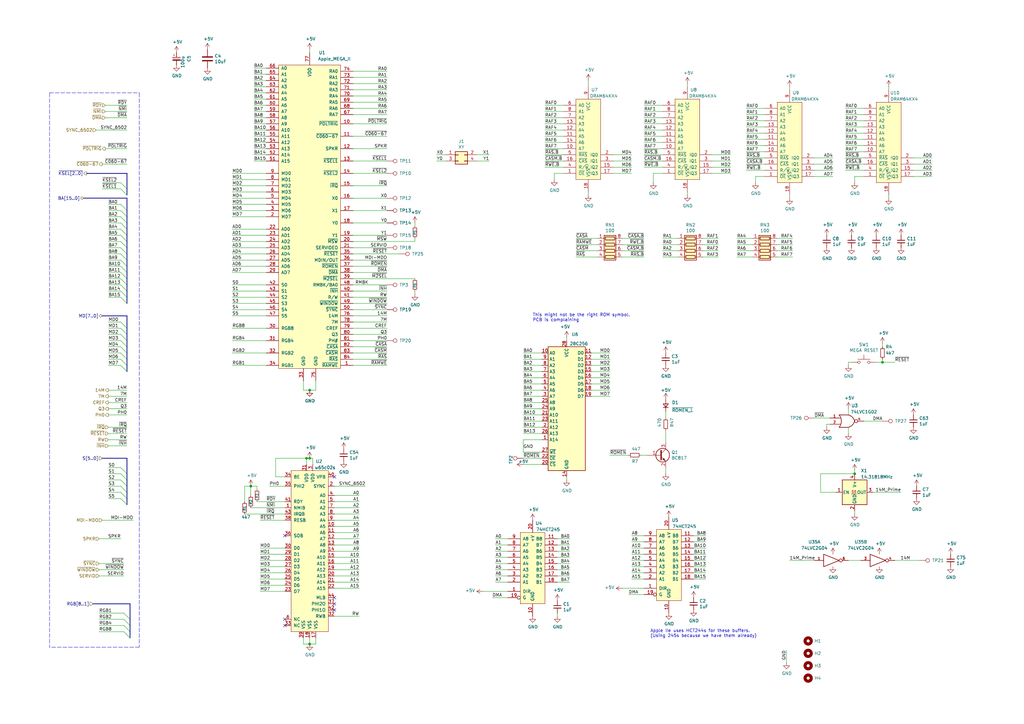
<source format=kicad_sch>
(kicad_sch (version 20211123) (generator eeschema)
  (paper "A3")
  (title_block (title "Mega-II 65C02") (rev "3a") (company "twitch.tv/baldengineer"))
  (junction (at 350.52 194.31))
  (junction (at 102.87 199.39))
  (junction (at 125.73 187.96))
  (junction (at 361.95 148.59))
  (junction (at 127 160.02))
  (junction (at 127 187.96))
  (junction (at 127 264.16))
  (no_connect (at 137.16 195.58))
  (no_connect (at 116.84 256.54))
  (no_connect (at 137.16 247.65))
  (no_connect (at 116.84 254))
  (no_connect (at 137.16 250.19))
  (no_connect (at 116.84 219.71))
  (no_connect (at 137.16 245.11))
  (bus_entry (at 49.53 114.3) (size 2.54 2.54))
  (bus_entry (at 49.53 116.84) (size 2.54 2.54))
  (bus_entry (at 49.53 119.38) (size 2.54 2.54))
  (bus_entry (at 49.53 111.76) (size 2.54 2.54))
  (bus_entry (at 49.53 132.08) (size 2.54 2.54))
  (bus_entry (at 49.53 139.7) (size 2.54 2.54))
  (bus_entry (at 49.53 149.86) (size 2.54 2.54))
  (bus_entry (at 49.53 134.62) (size 2.54 2.54))
  (bus_entry (at 50.8 251.46) (size 2.54 2.54))
  (bus_entry (at 50.8 254) (size 2.54 2.54))
  (bus_entry (at 50.8 256.54) (size 2.54 2.54))
  (bus_entry (at 50.8 259.08) (size 2.54 2.54))
  (bus_entry (at 49.53 121.92) (size 2.54 2.54))
  (bus_entry (at 49.53 144.78) (size 2.54 2.54))
  (bus_entry (at 49.53 147.32) (size 2.54 2.54))
  (bus_entry (at 49.53 93.98) (size 2.54 2.54))
  (bus_entry (at 49.53 77.47) (size 2.54 2.54))
  (bus_entry (at 49.53 88.9) (size 2.54 2.54))
  (bus_entry (at 49.53 86.36) (size 2.54 2.54))
  (bus_entry (at 49.53 83.82) (size 2.54 2.54))
  (bus_entry (at 49.53 99.06) (size 2.54 2.54))
  (bus_entry (at 49.53 104.14) (size 2.54 2.54))
  (bus_entry (at 49.53 74.93) (size 2.54 2.54))
  (bus_entry (at 49.53 142.24) (size 2.54 2.54))
  (bus_entry (at 49.53 101.6) (size 2.54 2.54))
  (bus_entry (at 49.53 96.52) (size 2.54 2.54))
  (bus_entry (at 49.53 137.16) (size 2.54 2.54))
  (bus_entry (at 49.53 91.44) (size 2.54 2.54))
  (bus_entry (at 49.53 109.22) (size 2.54 2.54))
  (bus_entry (at 49.53 191.77) (size 2.54 2.54))
  (bus_entry (at 49.53 194.31) (size 2.54 2.54))
  (bus_entry (at 49.53 196.85) (size 2.54 2.54))
  (bus_entry (at 49.53 199.39) (size 2.54 2.54))
  (bus_entry (at 49.53 204.47) (size 2.54 2.54))
  (bus_entry (at 49.53 201.93) (size 2.54 2.54))
  (bus_entry (at 49.53 106.68) (size 2.54 2.54))
  (wire (pts (xy 361.95 147.32) (xy 361.95 148.59)))
  (wire (pts (xy 308.61 105.41) (xy 302.26 105.41)))
  (wire (pts (xy 271.78 48.26) (xy 264.16 48.26)))
  (wire (pts (xy 281.94 78.74) (xy 281.94 80.01)))
  (wire (pts (xy 158.75 124.46) (xy 144.78 124.46)))
  (wire (pts (xy 170.18 119.38) (xy 170.18 120.65)))
  (wire (pts (xy 124.46 261.62) (xy 124.46 264.16)))
  (wire (pts (xy 116.84 213.36) (xy 106.68 213.36)))
  (wire (pts (xy 49.53 119.38) (xy 44.45 119.38)))
  (wire (pts (xy 44.45 106.68) (xy 49.53 106.68)))
  (wire (pts (xy 354.33 49.53) (xy 346.71 49.53)))
  (wire (pts (xy 158.75 86.36) (xy 144.78 86.36)))
  (bus (pts (xy 53.34 259.08) (xy 53.34 256.54)))
  (wire (pts (xy 208.28 220.98) (xy 203.2 220.98)))
  (wire (pts (xy 228.6 228.6) (xy 233.68 228.6)))
  (wire (pts (xy 308.61 102.87) (xy 302.26 102.87)))
  (bus (pts (xy 52.07 80.01) (xy 52.07 77.47)))
  (wire (pts (xy 49.53 147.32) (xy 44.45 147.32)))
  (wire (pts (xy 313.69 57.15) (xy 306.07 57.15)))
  (wire (pts (xy 144.78 116.84) (xy 158.75 116.84)))
  (wire (pts (xy 109.22 149.86) (xy 95.25 149.86)))
  (wire (pts (xy 349.25 148.59) (xy 347.98 148.59)))
  (wire (pts (xy 208.28 228.6) (xy 203.2 228.6)))
  (wire (pts (xy 109.22 99.06) (xy 95.25 99.06)))
  (wire (pts (xy 44.45 91.44) (xy 49.53 91.44)))
  (wire (pts (xy 278.13 97.79) (xy 271.78 97.79)))
  (wire (pts (xy 137.16 228.6) (xy 147.32 228.6)))
  (wire (pts (xy 109.22 38.1) (xy 104.14 38.1)))
  (wire (pts (xy 158.75 50.8) (xy 144.78 50.8)))
  (wire (pts (xy 109.22 83.82) (xy 95.25 83.82)))
  (wire (pts (xy 208.28 226.06) (xy 203.2 226.06)))
  (wire (pts (xy 137.16 218.44) (xy 147.32 218.44)))
  (wire (pts (xy 242.57 149.86) (xy 250.19 149.86)))
  (wire (pts (xy 267.97 71.12) (xy 267.97 74.93)))
  (wire (pts (xy 124.46 264.16) (xy 127 264.16)))
  (wire (pts (xy 200.66 66.04) (xy 195.58 66.04)))
  (wire (pts (xy 158.75 34.29) (xy 144.78 34.29)))
  (wire (pts (xy 116.84 229.87) (xy 106.68 229.87)))
  (wire (pts (xy 318.77 97.79) (xy 325.12 97.79)))
  (wire (pts (xy 54.61 213.36) (xy 41.91 213.36)))
  (wire (pts (xy 241.3 78.74) (xy 241.3 80.01)))
  (wire (pts (xy 251.46 68.58) (xy 259.08 68.58)))
  (wire (pts (xy 284.48 222.25) (xy 289.56 222.25)))
  (wire (pts (xy 158.75 121.92) (xy 144.78 121.92)))
  (bus (pts (xy 52.07 99.06) (xy 52.07 96.52)))
  (wire (pts (xy 144.78 104.14) (xy 163.83 104.14)))
  (wire (pts (xy 264.16 63.5) (xy 271.78 63.5)))
  (wire (pts (xy 264.16 219.71) (xy 259.08 219.71)))
  (wire (pts (xy 264.16 232.41) (xy 259.08 232.41)))
  (wire (pts (xy 137.16 223.52) (xy 147.32 223.52)))
  (wire (pts (xy 228.6 233.68) (xy 233.68 233.68)))
  (wire (pts (xy 374.65 67.31) (xy 382.27 67.31)))
  (wire (pts (xy 124.46 160.02) (xy 127 160.02)))
  (polyline (pts (xy 20.32 38.1) (xy 57.15 38.1)))
  (wire (pts (xy 313.69 62.23) (xy 306.07 62.23)))
  (wire (pts (xy 116.84 237.49) (xy 106.68 237.49)))
  (wire (pts (xy 109.22 129.54) (xy 95.25 129.54)))
  (wire (pts (xy 222.25 172.72) (xy 214.63 172.72)))
  (wire (pts (xy 231.14 43.18) (xy 223.52 43.18)))
  (wire (pts (xy 222.25 149.86) (xy 214.63 149.86)))
  (bus (pts (xy 52.07 121.92) (xy 52.07 124.46)))
  (bus (pts (xy 52.07 86.36) (xy 52.07 81.28)))
  (wire (pts (xy 228.6 238.76) (xy 233.68 238.76)))
  (wire (pts (xy 102.87 199.39) (xy 102.87 203.2)))
  (wire (pts (xy 109.22 50.8) (xy 104.14 50.8)))
  (wire (pts (xy 44.45 86.36) (xy 49.53 86.36)))
  (wire (pts (xy 44.45 144.78) (xy 49.53 144.78)))
  (bus (pts (xy 52.07 134.62) (xy 52.07 129.54)))
  (wire (pts (xy 208.28 223.52) (xy 203.2 223.52)))
  (wire (pts (xy 292.1 63.5) (xy 299.72 63.5)))
  (wire (pts (xy 318.77 105.41) (xy 325.12 105.41)))
  (wire (pts (xy 271.78 58.42) (xy 264.16 58.42)))
  (wire (pts (xy 264.16 227.33) (xy 259.08 227.33)))
  (wire (pts (xy 208.28 231.14) (xy 203.2 231.14)))
  (wire (pts (xy 231.14 48.26) (xy 223.52 48.26)))
  (wire (pts (xy 49.53 191.77) (xy 44.45 191.77)))
  (wire (pts (xy 49.53 199.39) (xy 44.45 199.39)))
  (wire (pts (xy 264.16 229.87) (xy 259.08 229.87)))
  (wire (pts (xy 109.22 33.02) (xy 104.14 33.02)))
  (wire (pts (xy 158.75 76.2) (xy 144.78 76.2)))
  (wire (pts (xy 44.45 109.22) (xy 49.53 109.22)))
  (wire (pts (xy 273.05 191.77) (xy 273.05 194.31)))
  (bus (pts (xy 53.34 256.54) (xy 53.34 254)))
  (wire (pts (xy 354.33 46.99) (xy 346.71 46.99)))
  (wire (pts (xy 222.25 170.18) (xy 214.63 170.18)))
  (wire (pts (xy 40.64 254) (xy 50.8 254)))
  (wire (pts (xy 271.78 43.18) (xy 264.16 43.18)))
  (wire (pts (xy 347.98 167.64) (xy 347.98 170.18)))
  (wire (pts (xy 242.57 160.02) (xy 250.19 160.02)))
  (wire (pts (xy 113.03 187.96) (xy 125.73 187.96)))
  (wire (pts (xy 124.46 156.21) (xy 124.46 160.02)))
  (wire (pts (xy 361.95 148.59) (xy 367.03 148.59)))
  (wire (pts (xy 44.45 83.82) (xy 49.53 83.82)))
  (wire (pts (xy 49.53 132.08) (xy 44.45 132.08)))
  (wire (pts (xy 109.22 109.22) (xy 95.25 109.22)))
  (wire (pts (xy 158.75 127) (xy 144.78 127)))
  (bus (pts (xy 52.07 142.24) (xy 52.07 139.7)))
  (wire (pts (xy 109.22 58.42) (xy 104.14 58.42)))
  (wire (pts (xy 52.07 60.96) (xy 43.18 60.96)))
  (wire (pts (xy 242.57 152.4) (xy 250.19 152.4)))
  (wire (pts (xy 231.14 68.58) (xy 223.52 68.58)))
  (wire (pts (xy 40.64 251.46) (xy 50.8 251.46)))
  (wire (pts (xy 127 261.62) (xy 127 264.16)))
  (wire (pts (xy 231.14 58.42) (xy 223.52 58.42)))
  (bus (pts (xy 52.07 119.38) (xy 52.07 116.84)))
  (polyline (pts (xy 57.15 38.1) (xy 57.15 265.43)))
  (wire (pts (xy 44.45 177.8) (xy 52.07 177.8)))
  (wire (pts (xy 255.27 102.87) (xy 264.16 102.87)))
  (wire (pts (xy 208.28 238.76) (xy 203.2 238.76)))
  (wire (pts (xy 347.98 175.26) (xy 347.98 177.8)))
  (wire (pts (xy 232.41 195.58) (xy 232.41 196.85)))
  (wire (pts (xy 313.69 44.45) (xy 306.07 44.45)))
  (wire (pts (xy 222.25 152.4) (xy 214.63 152.4)))
  (wire (pts (xy 288.29 105.41) (xy 294.64 105.41)))
  (wire (pts (xy 137.16 199.39) (xy 149.86 199.39)))
  (wire (pts (xy 313.69 72.39) (xy 309.88 72.39)))
  (wire (pts (xy 170.18 91.44) (xy 170.18 92.71)))
  (wire (pts (xy 158.75 147.32) (xy 144.78 147.32)))
  (wire (pts (xy 116.84 232.41) (xy 106.68 232.41)))
  (wire (pts (xy 109.22 43.18) (xy 104.14 43.18)))
  (wire (pts (xy 109.22 60.96) (xy 104.14 60.96)))
  (wire (pts (xy 102.87 199.39) (xy 105.41 199.39)))
  (wire (pts (xy 222.25 187.96) (xy 214.63 187.96)))
  (wire (pts (xy 228.6 226.06) (xy 233.68 226.06)))
  (wire (pts (xy 109.22 53.34) (xy 104.14 53.34)))
  (bus (pts (xy 52.07 114.3) (xy 52.07 111.76)))
  (wire (pts (xy 346.71 67.31) (xy 354.33 67.31)))
  (wire (pts (xy 158.75 41.91) (xy 144.78 41.91)))
  (wire (pts (xy 222.25 177.8) (xy 214.63 177.8)))
  (wire (pts (xy 129.54 156.21) (xy 129.54 160.02)))
  (bus (pts (xy 52.07 194.31) (xy 52.07 187.96)))
  (wire (pts (xy 350.52 209.55) (xy 350.52 210.82)))
  (wire (pts (xy 284.48 227.33) (xy 289.56 227.33)))
  (wire (pts (xy 278.13 100.33) (xy 271.78 100.33)))
  (wire (pts (xy 49.53 96.52) (xy 44.45 96.52)))
  (wire (pts (xy 158.75 129.54) (xy 144.78 129.54)))
  (wire (pts (xy 228.6 220.98) (xy 233.68 220.98)))
  (wire (pts (xy 228.6 223.52) (xy 233.68 223.52)))
  (wire (pts (xy 228.6 251.46) (xy 228.6 252.73)))
  (wire (pts (xy 116.84 195.58) (xy 113.03 195.58)))
  (wire (pts (xy 374.65 69.85) (xy 382.27 69.85)))
  (bus (pts (xy 52.07 88.9) (xy 52.07 86.36)))
  (wire (pts (xy 52.07 182.88) (xy 44.45 182.88)))
  (wire (pts (xy 109.22 88.9) (xy 95.25 88.9)))
  (wire (pts (xy 322.58 271.78) (xy 322.58 266.7)))
  (wire (pts (xy 200.66 63.5) (xy 195.58 63.5)))
  (wire (pts (xy 231.14 55.88) (xy 223.52 55.88)))
  (wire (pts (xy 137.16 236.22) (xy 147.32 236.22)))
  (bus (pts (xy 52.07 204.47) (xy 52.07 201.93)))
  (bus (pts (xy 52.07 116.84) (xy 52.07 114.3)))
  (wire (pts (xy 144.78 91.44) (xy 158.75 91.44)))
  (wire (pts (xy 137.16 233.68) (xy 147.32 233.68)))
  (wire (pts (xy 182.88 66.04) (xy 179.07 66.04)))
  (wire (pts (xy 271.78 60.96) (xy 264.16 60.96)))
  (wire (pts (xy 44.45 180.34) (xy 52.07 180.34)))
  (wire (pts (xy 245.11 100.33) (xy 236.22 100.33)))
  (wire (pts (xy 158.75 139.7) (xy 144.78 139.7)))
  (wire (pts (xy 144.78 71.12) (xy 158.75 71.12)))
  (wire (pts (xy 109.22 144.78) (xy 95.25 144.78)))
  (wire (pts (xy 158.75 55.88) (xy 144.78 55.88)))
  (wire (pts (xy 44.45 204.47) (xy 49.53 204.47)))
  (wire (pts (xy 116.84 205.74) (xy 105.41 205.74)))
  (wire (pts (xy 354.33 52.07) (xy 346.71 52.07)))
  (wire (pts (xy 354.33 44.45) (xy 346.71 44.45)))
  (wire (pts (xy 109.22 106.68) (xy 95.25 106.68)))
  (wire (pts (xy 137.16 238.76) (xy 147.32 238.76)))
  (wire (pts (xy 284.48 229.87) (xy 289.56 229.87)))
  (wire (pts (xy 242.57 154.94) (xy 250.19 154.94)))
  (wire (pts (xy 125.73 187.96) (xy 127 187.96)))
  (wire (pts (xy 44.45 88.9) (xy 49.53 88.9)))
  (wire (pts (xy 284.48 224.79) (xy 289.56 224.79)))
  (wire (pts (xy 231.14 71.12) (xy 227.33 71.12)))
  (wire (pts (xy 41.91 77.47) (xy 49.53 77.47)))
  (bus (pts (xy 52.07 152.4) (xy 52.07 149.86)))
  (wire (pts (xy 144.78 99.06) (xy 170.18 99.06)))
  (wire (pts (xy 336.55 194.31) (xy 350.52 194.31)))
  (wire (pts (xy 201.93 245.11) (xy 208.28 245.11)))
  (wire (pts (xy 109.22 101.6) (xy 95.25 101.6)))
  (wire (pts (xy 273.05 168.91) (xy 273.05 171.45)))
  (wire (pts (xy 44.45 201.93) (xy 49.53 201.93)))
  (wire (pts (xy 49.53 194.31) (xy 44.45 194.31)))
  (wire (pts (xy 361.95 140.97) (xy 361.95 142.24)))
  (wire (pts (xy 208.28 233.68) (xy 203.2 233.68)))
  (wire (pts (xy 350.52 193.04) (xy 350.52 194.31)))
  (wire (pts (xy 340.36 173.99) (xy 339.09 173.99)))
  (wire (pts (xy 137.16 205.74) (xy 147.32 205.74)))
  (wire (pts (xy 347.98 148.59) (xy 347.98 149.86)))
  (wire (pts (xy 109.22 119.38) (xy 95.25 119.38)))
  (wire (pts (xy 127 187.96) (xy 128.27 187.96)))
  (wire (pts (xy 222.25 165.1) (xy 214.63 165.1)))
  (wire (pts (xy 271.78 53.34) (xy 264.16 53.34)))
  (wire (pts (xy 350.52 72.39) (xy 350.52 74.93)))
  (wire (pts (xy 109.22 45.72) (xy 104.14 45.72)))
  (wire (pts (xy 336.55 194.31) (xy 336.55 201.93)))
  (polyline (pts (xy 57.15 265.43) (xy 20.32 265.43)))
  (wire (pts (xy 255.27 241.3) (xy 264.16 241.3)))
  (wire (pts (xy 137.16 208.28) (xy 147.32 208.28)))
  (wire (pts (xy 40.64 236.22) (xy 50.8 236.22)))
  (bus (pts (xy 52.07 147.32) (xy 52.07 144.78)))
  (wire (pts (xy 264.16 234.95) (xy 259.08 234.95)))
  (wire (pts (xy 116.84 234.95) (xy 106.68 234.95)))
  (wire (pts (xy 109.22 63.5) (xy 104.14 63.5)))
  (wire (pts (xy 158.75 101.6) (xy 144.78 101.6)))
  (wire (pts (xy 158.75 149.86) (xy 144.78 149.86)))
  (bus (pts (xy 52.07 109.22) (xy 52.07 106.68)))
  (wire (pts (xy 214.63 180.34) (xy 222.25 180.34)))
  (bus (pts (xy 52.07 196.85) (xy 52.07 194.31)))
  (wire (pts (xy 109.22 127) (xy 95.25 127)))
  (wire (pts (xy 251.46 71.12) (xy 259.08 71.12)))
  (wire (pts (xy 109.22 66.04) (xy 104.14 66.04)))
  (bus (pts (xy 41.91 129.54) (xy 52.07 129.54)))
  (bus (pts (xy 52.07 106.68) (xy 52.07 104.14)))
  (wire (pts (xy 222.25 185.42) (xy 214.63 185.42)))
  (wire (pts (xy 222.25 167.64) (xy 214.63 167.64)))
  (wire (pts (xy 52.07 162.56) (xy 44.45 162.56)))
  (bus (pts (xy 35.56 71.12) (xy 52.07 71.12)))
  (wire (pts (xy 284.48 232.41) (xy 289.56 232.41)))
  (bus (pts (xy 52.07 149.86) (xy 52.07 147.32)))
  (wire (pts (xy 158.75 106.68) (xy 144.78 106.68)))
  (wire (pts (xy 374.65 64.77) (xy 382.27 64.77)))
  (wire (pts (xy 44.45 139.7) (xy 49.53 139.7)))
  (bus (pts (xy 38.1 247.65) (xy 53.34 247.65)))
  (wire (pts (xy 109.22 48.26) (xy 104.14 48.26)))
  (wire (pts (xy 264.16 222.25) (xy 259.08 222.25)))
  (wire (pts (xy 222.25 157.48) (xy 214.63 157.48)))
  (wire (pts (xy 109.22 96.52) (xy 95.25 96.52)))
  (wire (pts (xy 179.07 63.5) (xy 182.88 63.5)))
  (wire (pts (xy 158.75 46.99) (xy 144.78 46.99)))
  (wire (pts (xy 44.45 175.26) (xy 52.07 175.26)))
  (wire (pts (xy 288.29 100.33) (xy 294.64 100.33)))
  (wire (pts (xy 109.22 116.84) (xy 95.25 116.84)))
  (wire (pts (xy 100.33 205.74) (xy 100.33 199.39)))
  (wire (pts (xy 109.22 71.12) (xy 95.25 71.12)))
  (wire (pts (xy 109.22 55.88) (xy 104.14 55.88)))
  (wire (pts (xy 354.33 62.23) (xy 346.71 62.23)))
  (wire (pts (xy 198.12 242.57) (xy 208.28 242.57)))
  (wire (pts (xy 223.52 63.5) (xy 231.14 63.5)))
  (wire (pts (xy 110.49 199.39) (xy 116.84 199.39)))
  (wire (pts (xy 346.71 64.77) (xy 354.33 64.77)))
  (wire (pts (xy 214.63 190.5) (xy 222.25 190.5)))
  (wire (pts (xy 222.25 154.94) (xy 214.63 154.94)))
  (wire (pts (xy 354.33 172.72) (xy 361.95 172.72)))
  (wire (pts (xy 292.1 66.04) (xy 299.72 66.04)))
  (wire (pts (xy 313.69 59.69) (xy 306.07 59.69)))
  (bus (pts (xy 52.07 139.7) (xy 52.07 137.16)))
  (wire (pts (xy 271.78 68.58) (xy 264.16 68.58)))
  (wire (pts (xy 127 20.32) (xy 127 21.59)))
  (wire (pts (xy 158.75 119.38) (xy 144.78 119.38)))
  (wire (pts (xy 109.22 81.28) (xy 95.25 81.28)))
  (wire (pts (xy 245.11 97.79) (xy 236.22 97.79)))
  (wire (pts (xy 158.75 60.96) (xy 144.78 60.96)))
  (wire (pts (xy 354.33 72.39) (xy 350.52 72.39)))
  (wire (pts (xy 44.45 196.85) (xy 49.53 196.85)))
  (wire (pts (xy 137.16 213.36) (xy 147.32 213.36)))
  (wire (pts (xy 137.16 220.98) (xy 147.32 220.98)))
  (wire (pts (xy 273.05 176.53) (xy 273.05 181.61)))
  (wire (pts (xy 227.33 71.12) (xy 227.33 73.66)))
  (wire (pts (xy 264.16 224.79) (xy 259.08 224.79)))
  (wire (pts (xy 158.75 66.04) (xy 144.78 66.04)))
  (wire (pts (xy 271.78 71.12) (xy 267.97 71.12)))
  (bus (pts (xy 52.07 96.52) (xy 52.07 93.98)))
  (wire (pts (xy 129.54 264.16) (xy 129.54 261.62)))
  (wire (pts (xy 116.84 210.82) (xy 100.33 210.82)))
  (wire (pts (xy 208.28 236.22) (xy 203.2 236.22)))
  (wire (pts (xy 308.61 97.79) (xy 302.26 97.79)))
  (wire (pts (xy 262.89 186.69) (xy 265.43 186.69)))
  (wire (pts (xy 358.14 201.93) (xy 369.57 201.93)))
  (wire (pts (xy 242.57 162.56) (xy 250.19 162.56)))
  (wire (pts (xy 339.09 173.99) (xy 339.09 175.26)))
  (wire (pts (xy 158.75 137.16) (xy 144.78 137.16)))
  (wire (pts (xy 364.49 80.01) (xy 364.49 81.28)))
  (wire (pts (xy 251.46 66.04) (xy 259.08 66.04)))
  (wire (pts (xy 313.69 49.53) (xy 306.07 49.53)))
  (wire (pts (xy 50.8 233.68) (xy 40.64 233.68)))
  (wire (pts (xy 52.07 160.02) (xy 44.45 160.02)))
  (wire (pts (xy 100.33 199.39) (xy 102.87 199.39)))
  (wire (pts (xy 158.75 29.21) (xy 144.78 29.21)))
  (wire (pts (xy 49.53 134.62) (xy 44.45 134.62)))
  (wire (pts (xy 144.78 134.62) (xy 158.75 134.62)))
  (wire (pts (xy 43.18 48.26) (xy 52.07 48.26)))
  (wire (pts (xy 222.25 160.02) (xy 214.63 160.02)))
  (wire (pts (xy 52.07 165.1) (xy 44.45 165.1)))
  (wire (pts (xy 109.22 30.48) (xy 104.14 30.48)))
  (wire (pts (xy 116.84 242.57) (xy 106.68 242.57)))
  (wire (pts (xy 116.84 227.33) (xy 106.68 227.33)))
  (wire (pts (xy 278.13 105.41) (xy 271.78 105.41)))
  (wire (pts (xy 43.18 45.72) (xy 52.07 45.72)))
  (wire (pts (xy 158.75 144.78) (xy 144.78 144.78)))
  (wire (pts (xy 144.78 114.3) (xy 170.18 114.3)))
  (wire (pts (xy 40.64 256.54) (xy 50.8 256.54)))
  (wire (pts (xy 231.14 53.34) (xy 223.52 53.34)))
  (wire (pts (xy 228.6 236.22) (xy 233.68 236.22)))
  (wire (pts (xy 245.11 105.41) (xy 236.22 105.41)))
  (wire (pts (xy 40.64 231.14) (xy 50.8 231.14)))
  (bus (pts (xy 34.29 81.28) (xy 52.07 81.28)))
  (wire (pts (xy 116.84 208.28) (xy 102.87 208.28)))
  (wire (pts (xy 284.48 219.71) (xy 289.56 219.71)))
  (wire (pts (xy 109.22 93.98) (xy 95.25 93.98)))
  (wire (pts (xy 222.25 162.56) (xy 214.63 162.56)))
  (wire (pts (xy 137.16 231.14) (xy 147.32 231.14)))
  (wire (pts (xy 222.25 144.78) (xy 214.63 144.78)))
  (wire (pts (xy 137.16 210.82) (xy 147.32 210.82)))
  (bus (pts (xy 52.07 207.01) (xy 52.07 204.47)))
  (wire (pts (xy 158.75 132.08) (xy 144.78 132.08)))
  (wire (pts (xy 109.22 111.76) (xy 95.25 111.76)))
  (wire (pts (xy 158.75 31.75) (xy 144.78 31.75)))
  (wire (pts (xy 125.73 190.5) (xy 125.73 187.96)))
  (wire (pts (xy 347.98 229.87) (xy 353.06 229.87)))
  (wire (pts (xy 306.07 64.77) (xy 313.69 64.77)))
  (wire (pts (xy 231.14 50.8) (xy 223.52 50.8)))
  (wire (pts (xy 49.53 101.6) (xy 44.45 101.6)))
  (wire (pts (xy 255.27 97.79) (xy 264.16 97.79)))
  (wire (pts (xy 52.07 170.18) (xy 44.45 170.18)))
  (wire (pts (xy 323.85 80.01) (xy 323.85 81.28)))
  (wire (pts (xy 49.53 93.98) (xy 44.45 93.98)))
  (wire (pts (xy 44.45 142.24) (xy 49.53 142.24)))
  (wire (pts (xy 334.01 64.77) (xy 341.63 64.77)))
  (wire (pts (xy 222.25 147.32) (xy 214.63 147.32)))
  (wire (pts (xy 334.01 69.85) (xy 341.63 69.85)))
  (wire (pts (xy 334.01 72.39) (xy 341.63 72.39)))
  (wire (pts (xy 251.46 63.5) (xy 259.08 63.5)))
  (bus (pts (xy 53.34 254) (xy 53.34 247.65)))
  (wire (pts (xy 116.84 224.79) (xy 106.68 224.79)))
  (wire (pts (xy 292.1 68.58) (xy 299.72 68.58)))
  (wire (pts (xy 361.95 148.59) (xy 359.41 148.59)))
  (wire (pts (xy 158.75 142.24) (xy 144.78 142.24)))
  (wire (pts (xy 313.69 52.07) (xy 306.07 52.07)))
  (bus (pts (xy 52.07 77.47) (xy 52.07 71.12)))
  (bus (pts (xy 52.07 111.76) (xy 52.07 109.22)))
  (wire (pts (xy 241.3 33.02) (xy 241.3 35.56)))
  (wire (pts (xy 40.64 220.98) (xy 49.53 220.98)))
  (wire (pts (xy 49.53 116.84) (xy 44.45 116.84)))
  (wire (pts (xy 318.77 102.87) (xy 325.12 102.87)))
  (wire (pts (xy 278.13 102.87) (xy 271.78 102.87)))
  (wire (pts (xy 137.16 203.2) (xy 147.32 203.2)))
  (wire (pts (xy 236.22 102.87) (xy 245.11 102.87)))
  (wire (pts (xy 40.64 259.08) (xy 50.8 259.08)))
  (wire (pts (xy 109.22 40.64) (xy 104.14 40.64)))
  (wire (pts (xy 52.07 167.64) (xy 44.45 167.64)))
  (wire (pts (xy 113.03 195.58) (xy 113.03 187.96)))
  (wire (pts (xy 49.53 149.86) (xy 44.45 149.86)))
  (wire (pts (xy 313.69 69.85) (xy 306.07 69.85)))
  (wire (pts (xy 271.78 45.72) (xy 264.16 45.72)))
  (wire (pts (xy 255.27 100.33) (xy 264.16 100.33)))
  (wire (pts (xy 52.07 67.31) (xy 41.91 67.31)))
  (wire (pts (xy 242.57 147.32) (xy 250.19 147.32)))
  (wire (pts (xy 336.55 201.93) (xy 342.9 201.93)))
  (wire (pts (xy 127 160.02) (xy 129.54 160.02)))
  (wire (pts (xy 49.53 99.06) (xy 44.45 99.06)))
  (wire (pts (xy 323.85 35.56) (xy 323.85 36.83)))
  (wire (pts (xy 128.27 187.96) (xy 128.27 190.5)))
  (wire (pts (xy 109.22 78.74) (xy 95.25 78.74)))
  (wire (pts (xy 367.03 229.87) (xy 377.19 229.87)))
  (wire (pts (xy 231.14 45.72) (xy 223.52 45.72)))
  (wire (pts (xy 231.14 66.04) (xy 223.52 66.04)))
  (wire (pts (xy 137.16 252.73) (xy 147.32 252.73)))
  (wire (pts (xy 292.1 71.12) (xy 299.72 71.12)))
  (wire (pts (xy 158.75 111.76) (xy 144.78 111.76)))
  (wire (pts (xy 323.85 229.87) (xy 334.01 229.87)))
  (wire (pts (xy 109.22 86.36) (xy 95.25 86.36)))
  (wire (pts (xy 284.48 237.49) (xy 289.56 237.49)))
  (wire (pts (xy 137.16 215.9) (xy 147.32 215.9)))
  (wire (pts (xy 364.49 35.56) (xy 364.49 36.83)))
  (wire (pts (xy 228.6 231.14) (xy 233.68 231.14)))
  (wire (pts (xy 308.61 100.33) (xy 302.26 100.33)))
  (wire (pts (xy 109.22 27.94) (xy 104.14 27.94)))
  (wire (pts (xy 250.19 144.78) (xy 242.57 144.78)))
  (wire (pts (xy 44.45 111.76) (xy 49.53 111.76)))
  (wire (pts (xy 127 264.16) (xy 129.54 264.16)))
  (wire (pts (xy 105.41 199.39) (xy 105.41 200.66)))
  (wire (pts (xy 109.22 121.92) (xy 95.25 121.92)))
  (bus (pts (xy 52.07 137.16) (xy 52.07 134.62)))
  (wire (pts (xy 222.25 175.26) (xy 214.63 175.26)))
  (wire (pts (xy 284.48 234.95) (xy 289.56 234.95)))
  (wire (pts (xy 44.45 104.14) (xy 49.53 104.14)))
  (wire (pts (xy 250.19 186.69) (xy 257.81 186.69)))
  (wire (pts (xy 354.33 54.61) (xy 346.71 54.61)))
  (wire (pts (xy 334.01 67.31) (xy 341.63 67.31)))
  (bus (pts (xy 52.07 93.98) (xy 52.07 91.44)))
  (wire (pts (xy 109.22 73.66) (xy 95.25 73.66)))
  (wire (pts (xy 158.75 81.28) (xy 144.78 81.28)))
  (wire (pts (xy 354.33 57.15) (xy 346.71 57.15)))
  (wire (pts (xy 288.29 97.79) (xy 294.64 97.79)))
  (wire (pts (xy 43.18 43.18) (xy 52.07 43.18)))
  (wire (pts (xy 271.78 55.88) (xy 264.16 55.88)))
  (wire (pts (xy 232.41 138.43) (xy 232.41 139.7)))
  (bus (pts (xy 52.07 119.38) (xy 52.07 121.92)))
  (wire (pts (xy 271.78 66.04) (xy 264.16 66.04)))
  (bus (pts (xy 52.07 201.93) (xy 52.07 199.39)))
  (wire (pts (xy 116.84 240.03) (xy 106.68 240.03)))
  (wire (pts (xy 44.45 137.16) (xy 49.53 137.16)))
  (wire (pts (xy 281.94 34.29) (xy 281.94 35.56)))
  (wire (pts (xy 309.88 72.39) (xy 309.88 74.93)))
  (wire (pts (xy 170.18 99.06) (xy 170.18 97.79)))
  (bus (pts (xy 53.34 261.62) (xy 53.34 259.08)))
  (wire (pts (xy 288.29 102.87) (xy 294.64 102.87)))
  (bus (pts (xy 52.07 199.39) (xy 52.07 196.85)))
  (wire (pts (xy 109.22 124.46) (xy 95.25 124.46)))
  (bus (pts (xy 52.07 144.78) (xy 52.07 142.24)))
  (wire (pts (xy 109.22 35.56) (xy 104.14 35.56)))
  (wire (pts (xy 109.22 76.2) (xy 95.25 76.2)))
  (wire (pts (xy 255.27 105.41) (xy 264.16 105.41)))
  (polyline (pts (xy 20.32 38.1) (xy 20.32 265.43)))
  (wire (pts (xy 306.07 67.31) (xy 313.69 67.31)))
  (wire (pts (xy 158.75 39.37) (xy 144.78 39.37)))
  (wire (pts (xy 334.01 171.45) (xy 340.36 171.45)))
  (wire (pts (xy 214.63 180.34) (xy 214.63 185.42)))
  (wire (pts (xy 318.77 100.33) (xy 325.12 100.33)))
  (wire (pts (xy 271.78 50.8) (xy 264.16 50.8)))
  (wire (pts (xy 374.65 72.39) (xy 382.27 72.39)))
  (wire (pts (xy 158.75 109.22) (xy 144.78 109.22)))
  (wire (pts (xy 242.57 157.48) (xy 250.19 157.48)))
  (wire (pts (xy 109.22 104.14) (xy 95.25 104.14)))
  (wire (pts (xy 49.53 114.3) (xy 44.45 114.3)))
  (wire (pts (xy 158.75 44.45) (xy 144.78 44.45)))
  (wire (pts (xy 264.16 237.49) (xy 259.08 237.49)))
  (wire (pts (xy 313.69 54.61) (xy 306.07 54.61)))
  (wire (pts (xy 137.16 241.3) (xy 147.32 241.3)))
  (wire (pts (xy 49.53 121.92) (xy 44.45 121.92)))
  (wire (pts (xy 354.33 59.69) (xy 346.71 59.69)))
  (wire (pts (xy 41.91 74.93) (xy 49.53 74.93)))
  (bus (pts (xy 52.07 101.6) (xy 52.07 99.06)))
  (wire (pts (xy 39.37 53.34) (xy 52.07 53.34)))
  (wire (pts (xy 257.81 243.84) (xy 264.16 243.84)))
  (bus (pts (xy 52.07 104.14) (xy 52.07 101.6)))
  (wire (pts (xy 313.69 46.99) (xy 306.07 46.99)))
  (wire (pts (xy 109.22 139.7) (xy 95.25 139.7)))
  (wire (pts (xy 158.75 96.52) (xy 144.78 96.52)))
  (wire (pts (xy 158.75 36.83) (xy 144.78 36.83)))
  (wire (pts (xy 354.33 69.85) (xy 346.71 69.85)))
  (wire (pts (xy 109.22 134.62) (xy 95.25 134.62)))
  (wire (pts (xy 137.16 226.06) (xy 147.32 226.06)))
  (bus (pts (xy 41.91 187.96) (xy 52.07 187.96)))
  (wire (pts (xy 231.14 60.96) (xy 223.52 60.96)))
  (bus (pts (xy 52.07 91.44) (xy 52.07 88.9)))
  (text "Apple IIe uses HCT244s for these buffers.\n(Using 245s because we have them already)" (at 266.7 261.62 0) (effects (font (size 1.27 1.27)) (justify left bottom)))
  (text "This might not be the right ROM symbol.\nPCB is complaining" (at 218.44 132.08 0) (effects (font (size 1.27 1.27)) (justify left bottom)))
  (text "Notes:\n* Test if MEGA inhibits PH0 when /DMA is asserted." (at -53.34 163.83 0) (effects (font (size 1.27 1.27)) (justify left bottom)))
  (label "BA1" (at 214.63 147.32 0))
  (label "SYNC_6502" (at 149.86 199.39 180))
  (label "RW" (at 158.75 121.92 180))
  (label "MD5" (at 44.45 144.78 0))
  (label "AD7" (at 341.63 72.39 180))
  (label "BA5" (at 44.45 96.52 0))
  (label "~{RWE.B}" (at 306.07 69.85 0))
  (label "X1" (at 200.66 63.5 180))
  (label "BA9" (at 104.14 50.8 0))
  (label "A6" (at 203.2 236.22 0))
  (label "MD4" (at 259.08 63.5 180))
  (label "MD6" (at 250.19 160.02 180))
  (label "~{CASA}" (at 158.75 142.24 180))
  (label "A15" (at 259.08 237.49 0))
  (label "~{RWE.B}" (at 223.52 68.58 0))
  (label "RA3" (at 158.75 36.83 180))
  (label "RAF1" (at 264.16 45.72 0))
  (label "BA3" (at 233.68 228.6 180))
  (label "Y0" (at 179.07 66.04 0))
  (label "~{CASM}" (at 158.75 144.78 180))
  (label "~{CASM.B}" (at 264.16 66.04 0))
  (label "~{ROMEN}" (at 158.75 109.22 180))
  (label "BA10" (at 289.56 224.79 180))
  (label "BA7" (at 44.45 101.6 0))
  (label "MD1" (at 106.68 227.33 0))
  (label "BA15" (at 44.45 121.92 0))
  (label "A6" (at 147.32 218.44 180))
  (label "MD7" (at 250.19 162.56 180))
  (label "RAF2" (at 223.52 48.26 0))
  (label "BA12" (at 104.14 58.42 0))
  (label "~{IRQ}" (at 109.22 210.82 0))
  (label "MD3" (at 95.25 78.74 0))
  (label "~{CASM.B}" (at 223.52 66.04 0))
  (label "RAF3" (at 264.16 50.8 0))
  (label "RW" (at 52.07 180.34 180))
  (label "A3" (at 147.32 210.82 180))
  (label "~{NMI}" (at 109.22 208.28 0))
  (label "MD4" (at 44.45 142.24 0))
  (label "RGB1" (at 95.25 149.86 0))
  (label "BA14" (at 289.56 234.95 180))
  (label "~{RAS}" (at 158.75 147.32 180))
  (label "14M_Prime" (at 369.57 201.93 180))
  (label "S1" (at 95.25 119.38 0))
  (label "A12" (at 259.08 229.87 0))
  (label "BA10" (at 214.63 170.18 0))
  (label "GND" (at 322.58 266.7 270))
  (label "~{KSEL1}" (at 158.75 66.04 180))
  (label "S0" (at 95.25 116.84 0))
  (label "~{RAS}" (at 236.22 105.41 0))
  (label "RGB8" (at 95.25 134.62 0))
  (label "MD3" (at 250.19 152.4 180))
  (label "RA1" (at 271.78 97.79 0))
  (label "~{ROMEN}" (at 214.63 187.96 0))
  (label "RA6" (at 302.26 102.87 0))
  (label "BA12" (at 289.56 229.87 180))
  (label "~{RWE.B}" (at 264.16 100.33 180))
  (label "AD5" (at 95.25 106.68 0))
  (label "Q3" (at 52.07 167.64 180))
  (label "BA11" (at 104.14 55.88 0))
  (label "X0" (at 179.07 63.5 0))
  (label "MD3" (at 299.72 71.12 180))
  (label "~{RWE.B}" (at 346.71 69.85 0))
  (label "MD2" (at 106.68 229.87 0))
  (label "RA4" (at 158.75 39.37 180))
  (label "RAF5" (at 346.71 57.15 0))
  (label "BA6" (at 214.63 160.02 0))
  (label "RMBK" (at 151.13 116.84 180))
  (label "~{RAS.B}" (at 223.52 63.5 0))
  (label "~{RAS.B}" (at 264.16 105.41 180))
  (label "~{NMI}" (at 52.07 45.72 180))
  (label "RA3" (at 271.78 105.41 0))
  (label "BA1" (at 104.14 30.48 0))
  (label "~{RAMWE}" (at 236.22 100.33 0))
  (label "BA5" (at 104.14 40.64 0))
  (label "BA11" (at 289.56 227.33 180))
  (label "BA6" (at 44.45 99.06 0))
  (label "Q3" (at 158.75 137.16 180))
  (label "X1" (at 158.75 86.36 180))
  (label "BA10" (at 44.45 109.22 0))
  (label "BA8" (at 214.63 165.1 0))
  (label "RAF4" (at 223.52 53.34 0))
  (label "A3" (at 203.2 228.6 0))
  (label "MD5" (at 95.25 83.82 0))
  (label "BA2" (at 233.68 226.06 180))
  (label "DMA" (at 361.95 172.72 180))
  (label "MD7" (at 259.08 71.12 180))
  (label "RAF5" (at 325.12 100.33 180))
  (label "AD6" (at 341.63 69.85 180))
  (label "7M" (at 158.75 132.08 180))
  (label "MD5" (at 106.68 237.49 0))
  (label "RAF6" (at 306.07 59.69 0))
  (label "CREF" (at 52.07 165.1 180))
  (label "A11" (at 147.32 231.14 180))
  (label "MD7" (at 44.45 149.86 0))
  (label "A10" (at 147.32 228.6 180))
  (label "SERVID" (at 158.75 101.6 180))
  (label "S1" (at 44.45 194.31 0))
  (label "~{KSEL2}" (at 158.75 71.12 180))
  (label "RGB4" (at 40.64 256.54 0))
  (label "~{PDLTRIG}" (at 158.75 50.8 180))
  (label "RAF4" (at 325.12 97.79 180))
  (label "BA9" (at 44.45 106.68 0))
  (label "BA11" (at 44.45 111.76 0))
  (label "A4" (at 203.2 231.14 0))
  (label "A0" (at 203.2 220.98 0))
  (label "RAF3" (at 306.07 52.07 0))
  (label "SPKR" (at 49.53 220.98 180))
  (label "BA13" (at 214.63 177.8 0))
  (label "S3" (at 95.25 124.46 0))
  (label "MD7" (at 106.68 242.57 0))
  (label "RW" (at 147.32 252.73 180))
  (label "BA11" (at 214.63 172.72 0))
  (label "RAF1" (at 306.07 46.99 0))
  (label "BA3" (at 44.45 91.44 0))
  (label "BA8" (at 44.45 104.14 0))
  (label "RAF3" (at 223.52 50.8 0))
  (label "A13" (at 147.32 236.22 180))
  (label "~{RAMWE}" (at 158.75 149.86 180))
  (label "~{PDLTRIG}" (at 52.07 60.96 180))
  (label "MDI-MDO" (at 158.75 106.68 180))
  (label "RAF6" (at 325.12 102.87 180))
  (label "RA1" (at 158.75 31.75 180))
  (label "AD0" (at 382.27 64.77 180))
  (label "BA9" (at 214.63 167.64 0))
  (label "DMA" (at 257.81 243.84 0))
  (label "A2" (at 203.2 226.06 0))
  (label "~{C060-67}" (at 52.07 67.31 180))
  (label "AD3" (at 382.27 72.39 180))
  (label "Y1" (at 200.66 66.04 180))
  (label "BA13" (at 44.45 116.84 0))
  (label "BA3" (at 104.14 35.56 0))
  (label "RAF1" (at 223.52 45.72 0))
  (label "RAF1" (at 294.64 97.79 180))
  (label "BA5" (at 214.63 157.48 0))
  (label "~{KSEL1}" (at 41.91 77.47 0))
  (label "RAF4" (at 306.07 54.61 0))
  (label "RAF2" (at 264.16 48.26 0))
  (label "~{RESET}" (at 367.03 148.59 0))
  (label "MD6" (at 95.25 86.36 0))
  (label "BA0" (at 44.45 83.82 0))
  (label "A13" (at 259.08 232.41 0))
  (label "MD0" (at 44.45 132.08 0))
  (label "BA0" (at 104.14 27.94 0))
  (label "MD2" (at 250.19 149.86 180))
  (label "~{MSW}" (at 158.75 99.06 180))
  (label "A1" (at 147.32 205.74 180))
  (label "A10" (at 259.08 224.79 0))
  (label "MD0" (at 95.25 71.12 0))
  (label "~{DMA}" (at 334.01 171.45 0))
  (label "RAF7" (at 223.52 60.96 0))
  (label "MD6" (at 106.68 240.03 0))
  (label "A14" (at 259.08 234.95 0))
  (label "~{RESET}" (at 106.68 213.36 0))
  (label "BA4" (at 104.14 38.1 0))
  (label "~{CASM.B}" (at 264.16 102.87 180))
  (label "~{RWE.B}" (at 264.16 68.58 0))
  (label "~{INH}" (at 52.07 182.88 180))
  (label "BA4" (at 214.63 154.94 0))
  (label "SERVID" (at 50.8 236.22 180))
  (label "BA12" (at 214.63 175.26 0))
  (label "SYNC_6502" (at 52.07 53.34 180))
  (label "BA2" (at 104.14 33.02 0))
  (label "MD0" (at 299.72 63.5 180))
  (label "BA4" (at 233.68 231.14 180))
  (label "BA14" (at 104.14 63.5 0))
  (label "RAF7" (at 346.71 62.23 0))
  (label "MD3" (at 44.45 139.7 0))
  (label "BA2" (at 44.45 88.9 0))
  (label "7M" (at 52.07 162.56 180))
  (label "RAF6" (at 346.71 59.69 0))
  (label "14M" (at 373.38 229.87 180))
  (label "MD3" (at 106.68 232.41 0))
  (label "SPKR" (at 158.75 60.96 180))
  (label "~{CASA}" (at 236.22 97.79 0))
  (label "BA7" (at 104.14 45.72 0))
  (label "S2" (at 44.45 196.85 0))
  (label "BA6" (at 104.14 43.18 0))
  (label "MD2" (at 299.72 68.58 180))
  (label "14M" (at 52.07 160.02 180))
  (label "RA0" (at 158.75 29.21 180))
  (label "Y0" (at 158.75 91.44 180))
  (label "RGB1" (at 40.64 251.46 0))
  (label "A2" (at 147.32 208.28 180))
  (label "MD6" (at 259.08 68.58 180))
  (label "~{SYNC}" (at 158.75 127 180))
  (label "~{CASM}" (at 236.22 102.87 0))
  (label "~{RAS.B}" (at 346.71 64.77 0))
  (label "A5" (at 203.2 233.68 0))
  (label "~{C060-67}" (at 158.75 55.88 180))
  (label "A8" (at 147.32 223.52 180))
  (label "MD4" (at 95.25 81.28 0))
  (label "A4" (at 147.32 213.36 180))
  (label "MD2" (at 44.45 137.16 0))
  (label "A9" (at 147.32 226.06 180))
  (label "RAF0" (at 306.07 44.45 0))
  (label "BA2" (at 214.63 149.86 0))
  (label "A9" (at 259.08 222.25 0))
  (label "RAF0" (at 264.16 43.18 0))
  (label "RAF6" (at 223.52 58.42 0))
  (label "A8" (at 259.08 219.71 0))
  (label "RGB4" (at 95.25 139.7 0))
  (label "BA1" (at 233.68 223.52 180))
  (label "AD5" (at 341.63 67.31 180))
  (label "BA0" (at 214.63 144.78 0))
  (label "RAF7" (at 325.12 105.41 180))
  (label "AD4" (at 95.25 104.14 0))
  (label "A15" (at 147.32 241.3 180))
  (label "~{IRQ}" (at 52.07 175.26 180))
  (label "AD3" (at 95.25 101.6 0))
  (label "~{RAS.B}" (at 264.16 63.5 0))
  (label "BA0" (at 233.68 220.98 180))
  (label "14M" (at 158.75 129.54 180))
  (label "~{RESET}" (at 158.75 104.14 180))
  (label "BA7" (at 214.63 162.56 0))
  (label "PH0" (at 110.49 199.39 0))
  (label "BA15" (at 289.56 237.49 180))
  (label "A1" (at 203.2 223.52 0))
  (label "~{KSEL2}" (at 41.91 74.93 0))
  (label "MD7" (at 95.25 88.9 0))
  (label "RAF2" (at 294.64 102.87 180))
  (label "BA13" (at 104.14 60.96 0))
  (label "~{WINDOW}" (at 158.75 124.46 180))
  (label "AD7" (at 95.25 111.76 0))
  (label "~{ROMEN}" (at 250.19 186.69 0))
  (label "RAF2" (at 346.71 49.53 0))
  (label "MD1" (at 299.72 66.04 180))
  (label "RAF7" (at 264.16 60.96 0))
  (label "RGB2" (at 95.25 144.78 0))
  (label "A0" (at 147.32 203.2 180))
  (label "PH0" (at 158.75 139.7 180))
  (label "BA13" (at 289.56 232.41 180))
  (label "RAF4" (at 346.71 54.61 0))
  (label "MD1" (at 250.19 147.32 180))
  (label "A14" (at 147.32 238.76 180))
  (label "S0" (at 44.45 191.77 0))
  (label "MDI-MDO" (at 54.61 213.36 180))
  (label "BA8" (at 104.14 48.26 0))
  (label "BA14" (at 44.45 119.38 0))
  (label "RA2" (at 271.78 102.87 0))
  (label "RAF0" (at 346.71 44.45 0))
  (label "~{RDY}" (at 52.07 43.18 180))
  (label "RA0" (at 271.78 100.33 0))
  (label "RAF2" (at 306.07 49.53 0))
  (label "~{CASA.B}" (at 264.16 97.79 180))
  (label "RA5" (at 302.26 100.33 0))
  (label "BA9" (at 289.56 222.25 180))
  (label "RAF0" (at 294.64 100.33 180))
  (label "MD4" (at 250.19 154.94 180))
  (label "RAF1" (at 346.71 46.99 0))
  (label "BA15" (at 104.14 66.04 0))
  (label "~{SYNC}" (at 50.8 231.14 180))
  (label "S4" (at 44.45 201.93 0))
  (label "AD4" (at 341.63 64.77 180))
  (label "~{DMA}" (at 52.07 48.26 180))
  (label "AD0" (at 95.25 93.98 0))
  (label "A7" (at 203.2 238.76 0))
  (label "DMA" (at 201.93 245.11 0))
  (label "RGB8" (at 40.64 259.08 0))
  (label "MD6" (at 44.45 147.32 0))
  (label "RA5" (at 158.75 41.91 180))
  (label "RA7" (at 302.26 105.41 0))
  (label "~{RESET}" (at 52.07 177.8 180))
  (label "A5" (at 147.32 215.9 180))
  (label "~{IRQ}" (at 158.75 76.2 180))
  (label "MD0" (at 250.19 144.78 180))
  (label "RAF3" (at 346.71 52.07 0))
  (label "BA8" (at 289.56 219.71 180))
  (label "GND" (at 214.63 184.15 0))
  (label "~{DMA}" (at 158.75 111.76 180))
  (label "RAF7" (at 306.07 62.23 0))
  (label "AD6" (at 95.25 109.22 0))
  (label "RAF5" (at 223.52 55.88 0))
  (label "S5" (at 95.25 129.54 0))
  (label "~{RDY}" (at 109.22 205.74 0))
  (label "MD2" (at 95.25 76.2 0))
  (label "RA2" (at 158.75 34.29 180))
  (label "AD2" (at 382.27 69.85 180))
  (label "RAF5" (at 306.07 57.15 0))
  (label "MD1" (at 44.45 134.62 0))
  (label "~{WINDOW}" (at 50.8 233.68 180))
  (label "RAF4" (at 264.16 53.34 0))
  (label "CREF" (at 158.75 134.62 180))
  (label "RA4" (at 302.26 97.79 0))
  (label "BA3" (at 214.63 152.4 0))
  (label "AD2" (at 95.25 99.06 0))
  (label "~{CASA.B}" (at 306.07 67.31 0))
  (label "A11" (at 259.08 227.33 0))
  (label "BA1" (at 44.45 86.36 0))
  (label "X0" (at 158.75 81.28 180))
  (label "AD1" (at 95.25 96.52 0))
  (label "A7" (at 147.32 220.98 180))
  (label "Y1" (at 158.75 96.52 180))
  (label "RAF0" (at 223.52 43.18 0))
  (label "MD0" (at 106.68 224.79 0))
  (label "MD5" (at 259.08 66.04 180))
  (label "~{M2SEL}" (at 158.75 114.3 180))
  (label "RAF5" (at 264.16 55.88 0))
  (label "S2" (at 95.25 121.92 0))
  (label "BA12" (at 44.45 114.3 0))
  (label "BA6" (at 233.68 236.22 180))
  (label "BA10" (at 104.14 53.34 0))
  (label "S3" (at 44.45 199.39 0))
  (label "S4" (at 95.25 127 0))
  (label "RGB2" (at 40.64 254 0))
  (label "MD1" (at 95.25 73.66 0))
  (label "S5" (at 44.45 204.47 0))
  (label "RA6" (at 158.75 44.45 180))
  (label "~{INH}" (at 158.75 119.38 180))
  (label "BA5" (at 233.68 233.68 180))
  (label "14M_Prime" (at 323.85 229.87 0))
  (label "PH0" (at 52.07 170.18 180))
  (label "MD4" (at 106.68 234.95 0))
  (label "A12" (at 147.32 233.68 180))
  (label "RAF3" (at 294.64 105.41 180))
  (label "RAF6" (at 264.16 58.42 0))
  (label "~{CASA.B}" (at 346.71 67.31 0))
  (label "AD1" (at 382.27 67.31 180))
  (label "~{RAS.B}" (at 306.07 64.77 0))
  (label "BA7" (at 233.68 238.76 180))
  (label "BA4" (at 44.45 93.98 0))
  (label "MD5" (at 250.19 157.48 180))
  (label "RA7" (at 158.75 46.99 180))
  (hierarchical_label "~{RESET}" (shape input) (at 44.45 177.8 180))
  (hierarchical_label "SYNC_6502" (shape input) (at 39.37 53.34 180))
  (hierarchical_label "~{DMA}" (shape input) (at 43.18 48.26 180))
  (hierarchical_label "14M" (shape output) (at 44.45 160.02 180))
  (hierarchical_label "RW" (shape input) (at 44.45 180.34 180))
  (hierarchical_label "MD[7..0]" (shape bidirectional) (at 41.91 129.54 180))
  (hierarchical_label "~{C060-67}" (shape output) (at 41.91 67.31 180))
  (hierarchical_label "SPKR" (shape input) (at 40.64 220.98 180))
  (hierarchical_label "RGB[8..1]" (shape input) (at 38.1 247.65 180))
  (hierarchical_label "~{IRQ}" (shape input) (at 44.45 175.26 180))
  (hierarchical_label "SERVID" (shape input) (at 40.64 236.22 180))
  (hierarchical_label "~{KSEL[2..0]}" (shape output) (at 35.56 71.12 180))
  (hierarchical_label "7M" (shape output) (at 44.45 162.56 180))
  (hierarchical_label "Q3" (shape output) (at 44.45 167.64 180))
  (hierarchical_label "S[5..0]" (shape input) (at 41.91 187.96 180))
  (hierarchical_label "~{SYNC}" (shape input) (at 40.64 231.14 180))
  (hierarchical_label "~{RDY}" (shape input) (at 43.18 43.18 180))
  (hierarchical_label "PH0" (shape output) (at 44.45 170.18 180))
  (hierarchical_label "CREF" (shape output) (at 44.45 165.1 180))
  (hierarchical_label "~{INH}" (shape input) (at 44.45 182.88 180))
  (hierarchical_label "~{PDLTRIG}" (shape output) (at 43.18 60.96 180))
  (hierarchical_label "~{WINDOW}" (shape input) (at 40.64 233.68 180))
  (hierarchical_label "BA[15..0]" (shape bidirectional) (at 34.29 81.28 180))
  (hierarchical_label "~{NMI}" (shape input) (at 43.18 45.72 180))
  (hierarchical_label "MDI-MDO" (shape input) (at 41.91 213.36 180))
  (symbol (lib_id "Device:C_Small") (at 389.89 229.87 0) (unit 1)
    (property "Reference" "C75" (at 392.2268 228.7016 0) (effects (justify left)))
    (property "Value" "1uF" (at 392.2268 231.013 0) (effects (justify left)))
    (property "Footprint" "Capacitor_SMD:C_0805_2012Metric" (effects hide))
  )
  (symbol (lib_id "power:+5V") (at 347.98 167.64 0) (unit 1)
    (property "Reference" "#PWR0119" (effects hide))
    (property "Value" "+5V" (at 348.361 163.2458 0))
  )
  (symbol (lib_name "TestPoint_Harwin_1") (lib_id "My_Library:TestPoint_Harwin") (at 214.63 187.96 90) (unit 1)
    (property "Reference" "TP2" (at 209.55 186.69 0) (effects (justify right)))
    (property "Value" "TestPoint_Harwin" (effects hide))
    (property "Footprint" "TestPoint:TestPoint_Pad_D1.0mm" (effects hide))
  )
  (symbol (lib_id "power:GND") (at 227.33 73.66 0) (unit 1)
    (property "Reference" "#PWR0126" (effects hide))
    (property "Value" "GND" (at 227.457 78.0542 0))
  )
  (symbol (lib_id "power:+5V") (at 198.12 242.57 90) (unit 1)
    (property "Reference" "#PWR0161" (effects hide))
    (property "Value" "+5V" (at 194.8688 242.189 90) (effects (justify left)))
  )
  (symbol (lib_id "74xGxx:74LVC2G04") (at 360.68 229.87 0) (unit 2)
    (property "Reference" "U35" (at 353.06 222.25 0))
    (property "Value" "74LVC2G04" (at 353.06 224.79 0))
    (property "Footprint" "Package_TO_SOT_SMD:SOT-23-6" (effects hide))
    (property "Datasheet" "http://www.ti.com/lit/sg/scyt129e/scyt129e.pdf" (effects hide))
  )
  (symbol (lib_id "power:GND") (at 170.18 120.65 0) (unit 1)
    (property "Reference" "#PWR0116" (effects hide))
    (property "Value" "GND" (at 170.307 125.0442 0))
  )
  (symbol (lib_id "Device:C_Polarized_Small") (at 72.39 24.13 0) (unit 1)
    (property "Reference" "C5" (at 77.47 25.4 90) (effects (justify left)))
    (property "Value" "100u" (at 74.93 27.94 90) (effects (justify left)))
    (property "Footprint" "Capacitor_Tantalum_SMD:CP_EIA-3216-18_Kemet-A" (effects hide))
    (property "MPN" "T520A107M006ATE035" (effects hide))
  )
  (symbol (lib_id "Device:C_Small") (at 284.48 247.65 0) (unit 1)
    (property "Reference" "C2" (at 286.8168 246.4816 0) (effects (justify left)))
    (property "Value" "1uF" (at 286.8168 248.793 0) (effects (justify left)))
    (property "Footprint" "Capacitor_SMD:C_0805_2012Metric" (effects hide))
  )
  (symbol (lib_id "power:GND") (at 127 160.02 0) (unit 1)
    (property "Reference" "#PWR0159" (effects hide))
    (property "Value" "GND" (at 127.127 164.4142 0))
  )
  (symbol (lib_id "Device:R_Pack04") (at 250.19 102.87 270) (unit 1)
    (property "Reference" "RN1" (at 250.19 92.2782 90))
    (property "Value" "100" (at 250.19 94.5896 90))
    (property "Footprint" "Resistor_SMD:R_Array_Convex_4x0612" (effects hide))
    (property "MFN" "EXB-38V101JV" (effects hide))
  )
  (symbol (lib_name "R_0805_5") (lib_id "My_Library:R_0805") (at 105.41 203.2 0) (unit 1)
    (property "Reference" "R3" (at 105.41 204.47 90) (effects (font (size 0.9906 0.9906)) (justify left)))
    (property "Value" "3k3" (effects hide))
    (property "Footprint" "Resistor_SMD:R_0603_1608Metric" (effects hide))
  )
  (symbol (lib_id "power:GND") (at 232.41 196.85 0) (unit 1)
    (property "Reference" "#PWR0105" (effects hide))
    (property "Value" "GND" (at 232.537 201.2442 0))
  )
  (symbol (lib_id "Connector_Generic:Conn_02x02_Odd_Even") (at 187.96 63.5 0) (unit 1)
    (property "Reference" "J1" (at 189.23 57.9882 0))
    (property "Value" "XY" (at 189.23 60.2996 0))
    (property "Footprint" "Connector_PinHeader_2.54mm:PinHeader_2x02_P2.54mm_Vertical" (effects hide))
  )
  (symbol (lib_id "Device:C_Small") (at 273.05 147.32 0) (unit 1)
    (property "Reference" "C3" (at 275.3868 146.1516 0) (effects (justify left)))
    (property "Value" "1uF" (at 275.3868 148.463 0) (effects (justify left)))
    (property "Footprint" "Capacitor_SMD:C_0805_2012Metric" (effects hide))
  )
  (symbol (lib_name "R_0805_1") (lib_id "My_Library:R_0805") (at 170.18 116.84 0) (unit 1)
    (property "Reference" "R6" (at 170.18 118.11 90) (effects (font (size 0.9906 0.9906)) (justify left)))
    (property "Value" "4k7" (effects hide))
    (property "Footprint" "Resistor_SMD:R_0805_2012Metric" (effects hide))
  )
  (symbol (lib_id "Connector:TestPoint") (at 163.83 104.14 270) (unit 1)
    (property "Reference" "TP25" (at 168.91 104.14 90) (effects (justify left)))
    (property "Value" "TestPoint" (effects hide))
    (property "Footprint" "TestPoint:TestPoint_Pad_D1.0mm" (effects hide))
  )
  (symbol (lib_id "Connector:TestPoint") (at 334.01 171.45 90) (unit 1)
    (property "Reference" "TP26" (at 328.93 171.45 90) (effects (justify left)))
    (property "Value" "TestPoint" (effects hide))
    (property "Footprint" "TestPoint:TestPoint_Pad_D1.0mm" (effects hide))
  )
  (symbol (lib_id "Device:C_Small") (at 339.09 99.06 0) (unit 1)
    (property "Reference" "C8" (at 341.4268 97.8916 0) (effects (justify left)))
    (property "Value" "1uF" (at 341.4268 100.203 0) (effects (justify left)))
    (property "Footprint" "Capacitor_SMD:C_0805_2012Metric" (effects hide))
  )
  (symbol (lib_id "power:+5V") (at 140.97 184.15 0) (unit 1)
    (property "Reference" "#PWR0313" (effects hide))
    (property "Value" "+5V" (at 141.351 179.7558 0))
  )
  (symbol (lib_id "power:GND") (at 375.92 204.47 0) (unit 1)
    (property "Reference" "#PWR0101" (effects hide))
    (property "Value" "GND" (at 376.047 208.8642 0))
  )
  (symbol (lib_id "Mechanical:MountingHole") (at 331.47 267.97 0) (unit 1)
    (property "Reference" "H2" (at 334.01 267.97 0) (effects (justify left)))
    (property "Value" "MountingHole" (effects hide))
    (property "Footprint" "MountingHole:MountingHole_2.5mm" (effects hide))
  )
  (symbol (lib_id "power:GND") (at 273.05 194.31 0) (unit 1)
    (property "Reference" "#PWR0130" (effects hide))
    (property "Value" "GND" (at 273.177 198.7042 0))
  )
  (symbol (lib_id "power:+5V") (at 273.05 163.83 0) (unit 1)
    (property "Reference" "#PWR0131" (effects hide))
    (property "Value" "+5V" (at 273.05 160.02 0))
  )
  (symbol (lib_id "Device:C_Small") (at 369.57 99.06 0) (unit 1)
    (property "Reference" "C11" (at 371.9068 97.8916 0) (effects (justify left)))
    (property "Value" "1uF" (at 371.9068 100.203 0) (effects (justify left)))
    (property "Footprint" "Capacitor_SMD:C_0805_2012Metric" (effects hide))
  )
  (symbol (lib_name "R_0805_2") (lib_id "My_Library:R_0805") (at 260.35 186.69 270) (unit 1)
    (property "Reference" "R7" (at 259.08 189.23 90) (effects (justify left)))
    (property "Value" "4k7" (at 259.08 184.15 90) (effects (justify left)))
    (property "Footprint" "Resistor_SMD:R_0805_2012Metric" (effects hide))
  )
  (symbol (lib_id "power:GND") (at 350.52 74.93 0) (unit 1)
    (property "Reference" "#PWR0139" (effects hide))
    (property "Value" "GND" (at 350.647 79.3242 0))
  )
  (symbol (lib_id "Connector:TestPoint") (at 158.75 96.52 270) (unit 1)
    (property "Reference" "TP15" (at 163.83 96.52 90) (effects (justify left)))
    (property "Value" "TestPoint" (effects hide))
    (property "Footprint" "TestPoint:TestPoint_Pad_D1.0mm" (effects hide))
  )
  (symbol (lib_id "Apple_IIgs_Symbols:DRAM64KX4") (at 241.3 57.15 0) (unit 1)
    (property "Reference" "U7" (at 243.84 36.83 0))
    (property "Value" "DRAM64KX4" (at 247.65 39.37 0))
    (property "Footprint" "Package_DIP:DIP-18_W7.62mm_Socket_LongPads" (effects hide))
  )
  (symbol (lib_name "R_0805_3") (lib_id "My_Library:R_0805") (at 170.18 95.25 0) (unit 1)
    (property "Reference" "R5" (at 170.18 96.52 90) (effects (font (size 0.9906 0.9906)) (justify left)))
    (property "Value" "4k7" (effects hide))
    (property "Footprint" "Resistor_SMD:R_0805_2012Metric" (effects hide))
  )
  (symbol (lib_id "Apple_IIgs_Symbols:DRAM64KX4") (at 281.94 57.15 0) (unit 1)
    (property "Reference" "U8" (at 284.48 36.83 0))
    (property "Value" "DRAM64KX4" (at 288.29 39.37 0))
    (property "Footprint" "Package_DIP:DIP-18_W7.62mm_Socket_LongPads" (effects hide))
  )
  (symbol (lib_id "power:GND") (at 350.52 210.82 0) (unit 1)
    (property "Reference" "#PWR0102" (effects hide))
    (property "Value" "GND" (at 350.647 215.2142 0))
  )
  (symbol (lib_id "power:GND") (at 267.97 74.93 0) (unit 1)
    (property "Reference" "#PWR0125" (effects hide))
    (property "Value" "GND" (at 268.097 79.3242 0))
  )
  (symbol (lib_id "power:GND") (at 218.44 252.73 0) (unit 1)
    (property "Reference" "#PWR0155" (effects hide))
    (property "Value" "GND" (at 218.567 257.1242 0))
  )
  (symbol (lib_id "power:GND") (at 85.09 27.94 0) (unit 1)
    (property "Reference" "#PWR0107" (effects hide))
    (property "Value" "GND" (at 85.217 32.3342 0))
  )
  (symbol (lib_id "Connector:TestPoint") (at 158.75 71.12 270) (unit 1)
    (property "Reference" "TP10" (at 163.83 71.12 90) (effects (justify left)))
    (property "Value" "TestPoint" (effects hide))
    (property "Footprint" "TestPoint:TestPoint_Pad_D1.0mm" (effects hide))
  )
  (symbol (lib_id "power:GND") (at 364.49 81.28 0) (unit 1)
    (property "Reference" "#PWR0127" (effects hide))
    (property "Value" "GND" (at 364.617 85.6742 0))
  )
  (symbol (lib_id "power:+5V") (at 170.18 91.44 0) (unit 1)
    (property "Reference" "#PWR0121" (effects hide))
    (property "Value" "+5V" (at 170.561 87.0458 0))
  )
  (symbol (lib_id "Memory_EEPROM:28C256") (at 232.41 167.64 0) (unit 1)
    (property "Reference" "U6" (at 234.4294 137.16 0) (effects (justify left)))
    (property "Value" "28C256" (at 233.68 140.97 0) (effects (justify left)))
    (property "Footprint" "Package_LCC:PLCC-32_11.4x14.0mm_P1.27mm" (effects hide))
    (property "Datasheet" "http://ww1.microchip.com/downloads/en/DeviceDoc/doc0006.pdf" (effects hide))
  )
  (symbol (lib_id "power:+5V") (at 361.95 140.97 0) (unit 1)
    (property "Reference" "#PWR0154" (effects hide))
    (property "Value" "+5V" (at 362.331 136.5758 0))
  )
  (symbol (lib_id "power:+5V") (at 72.39 21.59 0) (unit 1)
    (property "Reference" "#PWR0144" (effects hide))
    (property "Value" "+5V" (at 72.771 17.1958 0))
  )
  (symbol (lib_id "Oscillator:XO91") (at 350.52 201.93 0) (unit 1)
    (property "Reference" "X1" (at 353.06 193.04 0) (effects (justify left)))
    (property "Value" "14.31818MHz" (at 353.06 195.58 0) (effects (justify left)))
    (property "Footprint" "Oscillator:Oscillator_SMD_EuroQuartz_XO91-4Pin_7.0x5.0mm" (effects hide))
    (property "Datasheet" "http://cdn-reichelt.de/documents/datenblatt/B400/XO91.pdf" (effects hide))
    (property "MPN" "MCSJK-6NC1-14.31818-25-B" (effects hide))
    (property "SPN" "56AC8675" (effects hide))
  )
  (symbol (lib_id "power:GND") (at 323.85 81.28 0) (unit 1)
    (property "Reference" "#PWR0128" (effects hide))
    (property "Value" "GND" (at 323.977 85.6742 0))
  )
  (symbol (lib_id "Device:R_Pack04") (at 313.69 102.87 270) (unit 1)
    (property "Reference" "RN3" (at 313.69 92.2782 90))
    (property "Value" "100" (at 313.69 94.5896 90))
    (property "Footprint" "Resistor_SMD:R_Array_Convex_4x0612" (effects hide))
    (property "MFN" "EXB-38V101JV" (effects hide))
  )
  (symbol (lib_id "power:+5V") (at 228.6 246.38 0) (unit 1)
    (property "Reference" "#PWR0156" (effects hide))
    (property "Value" "+5V" (at 228.981 241.9858 0))
  )
  (symbol (lib_id "My Library:74HCT245_1") (at 218.44 233.68 0) (unit 1)
    (property "Reference" "U4" (at 220.98 214.63 0))
    (property "Value" "74HCT245" (at 224.79 217.17 0))
    (property "Footprint" "Package_SO:SOIC-20W_7.5x12.8mm_P1.27mm" (effects hide))
  )
  (symbol (lib_id "power:GND") (at 347.98 177.8 0) (unit 1)
    (property "Reference" "#PWR0141" (effects hide))
    (property "Value" "GND" (at 348.107 182.1942 0))
  )
  (symbol (lib_id "power:GND") (at 140.97 189.23 0) (unit 1)
    (property "Reference" "#PWR0312" (effects hide))
    (property "Value" "GND" (at 141.097 193.6242 0))
  )
  (symbol (lib_id "Device:C_Small") (at 140.97 186.69 0) (unit 1)
    (property "Reference" "C54" (at 143.3068 185.5216 0) (effects (justify left)))
    (property "Value" "1uF" (at 143.3068 187.833 0) (effects (justify left)))
    (property "Footprint" "Capacitor_SMD:C_0805_2012Metric" (effects hide))
  )
  (symbol (lib_id "power:+5V") (at 369.57 96.52 0) (unit 1)
    (property "Reference" "#PWR0110" (effects hide))
    (property "Value" "+5V" (at 369.951 92.1258 0))
  )
  (symbol (lib_id "Connector:TestPoint") (at 158.75 139.7 270) (unit 1)
    (property "Reference" "TP20" (at 163.83 139.7 90) (effects (justify left)))
    (property "Value" "TestPoint" (effects hide))
    (property "Footprint" "TestPoint:TestPoint_Pad_D1.0mm" (effects hide))
  )
  (symbol (lib_id "Mechanical:MountingHole") (at 331.47 273.05 0) (unit 1)
    (property "Reference" "H3" (at 334.01 273.05 0) (effects (justify left)))
    (property "Value" "MountingHole" (effects hide))
    (property "Footprint" "MountingHole:MountingHole_2.5mm" (effects hide))
  )
  (symbol (lib_id "power:+5V") (at 284.48 245.11 0) (unit 1)
    (property "Reference" "#PWR0164" (effects hide))
    (property "Value" "+5V" (at 284.861 240.7158 0))
  )
  (symbol (lib_id "power:GND") (at 341.63 232.41 0) (unit 1)
    (property "Reference" "#PWR0372" (effects hide))
    (property "Value" "GND" (at 341.757 236.8042 0))
  )
  (symbol (lib_id "power:+5V") (at 349.25 96.52 0) (unit 1)
    (property "Reference" "#PWR0118" (effects hide))
    (property "Value" "+5V" (at 349.631 92.1258 0))
  )
  (symbol (lib_id "power:GND") (at 273.05 149.86 0) (unit 1)
    (property "Reference" "#PWR0132" (effects hide))
    (property "Value" "GND" (at 273.177 154.2542 0))
  )
  (symbol (lib_id "power:GND") (at 127 264.16 0) (unit 1)
    (property "Reference" "#PWR0151" (effects hide))
    (property "Value" "GND" (at 127.127 268.5542 0))
  )
  (symbol (lib_id "Apple_IIgs_Symbols:DRAM64KX4") (at 323.85 58.42 0) (unit 1)
    (property "Reference" "U9" (at 326.39 38.1 0))
    (property "Value" "DRAM64KX4" (at 330.2 40.64 0))
    (property "Footprint" "Package_DIP:DIP-18_W7.62mm_Socket_LongPads" (effects hide))
  )
  (symbol (lib_id "power:+5V") (at 274.32 212.09 0) (unit 1)
    (property "Reference" "#PWR0162" (effects hide))
    (property "Value" "+5V" (at 274.701 207.6958 0))
  )
  (symbol (lib_id "Device:C_Small") (at 349.25 99.06 0) (unit 1)
    (property "Reference" "C9" (at 351.5868 97.8916 0) (effects (justify left)))
    (property "Value" "1uF" (at 351.5868 100.203 0) (effects (justify left)))
    (property "Footprint" "Capacitor_SMD:C_0805_2012Metric" (effects hide))
  )
  (symbol (lib_id "Apple_IIgs_Symbols:Apple_MEGA_II") (at 127 88.9 0) (unit 1)
    (property "Reference" "U1" (at 132.08 21.59 0))
    (property "Value" "Apple_MEGA_II" (at 137.16 24.13 0))
    (property "Footprint" "Package_LCC:PLCC-84_THT-Socket" (effects hide))
    (property "MFN" "940-44-084-24-000000" (effects hide))
    (property "SPN" "84K7212" (effects hide))
    (property "Supplier" "Newark US" (effects hide))
  )
  (symbol (lib_id "power:+5V") (at 389.89 227.33 0) (unit 1)
    (property "Reference" "#PWR0227" (effects hide))
    (property "Value" "+5V" (at 390.271 222.9358 0))
  )
  (symbol (lib_id "power:+5V") (at 374.65 170.18 0) (unit 1)
    (property "Reference" "#PWR0122" (effects hide))
    (property "Value" "+5V" (at 375.031 165.7858 0))
  )
  (symbol (lib_name "R_0805_7") (lib_id "My_Library:R_0805") (at 273.05 173.99 0) (unit 1)
    (property "Reference" "R47" (at 275.59 175.26 90) (effects (justify left)))
    (property "Value" "470" (at 270.51 175.26 90) (effects (justify left)))
    (property "Footprint" "Resistor_SMD:R_0805_2012Metric" (effects hide))
  )
  (symbol (lib_id "Switch:SW_Push") (at 354.33 148.59 0) (unit 1)
    (property "Reference" "SW1" (at 354.33 141.351 0))
    (property "Value" "MEGA RESET" (at 354.33 143.6624 0))
    (property "Footprint" "Button_Switch_SMD:SW_SPST_PTS810" (effects hide))
  )
  (symbol (lib_id "Mechanical:MountingHole") (at 331.47 262.89 0) (unit 1)
    (property "Reference" "H1" (at 334.01 262.89 0) (effects (justify left)))
    (property "Value" "MountingHole" (effects hide))
    (property "Footprint" "MountingHole:MountingHole_2.5mm" (effects hide))
  )
  (symbol (lib_id "power:+5V") (at 341.63 227.33 0) (unit 1)
    (property "Reference" "#PWR0369" (effects hide))
    (property "Value" "+5V" (at 342.011 222.9358 0))
  )
  (symbol (lib_id "power:+5V") (at 359.41 96.52 0) (unit 1)
    (property "Reference" "#PWR0109" (effects hide))
    (property "Value" "+5V" (at 359.791 92.1258 0))
  )
  (symbol (lib_id "Connector:TestPoint") (at 377.19 229.87 270) (unit 1)
    (property "Reference" "TP21" (at 382.27 229.87 90) (effects (justify left)))
    (property "Value" "TestPoint" (effects hide))
    (property "Footprint" "TestPoint:TestPoint_Pad_D1.0mm" (effects hide))
  )
  (symbol (lib_id "power:GND") (at 369.57 101.6 0) (unit 1)
    (property "Reference" "#PWR0150" (effects hide))
    (property "Value" "GND" (at 369.697 105.9942 0))
  )
  (symbol (lib_id "power:GND") (at 241.3 80.01 0) (unit 1)
    (property "Reference" "#PWR0124" (effects hide))
    (property "Value" "GND" (at 241.427 84.4042 0))
  )
  (symbol (lib_id "power:GND") (at 339.09 175.26 0) (unit 1)
    (property "Reference" "#PWR0123" (effects hide))
    (property "Value" "GND" (at 339.217 179.6542 0))
  )
  (symbol (lib_id "power:+5V") (at 281.94 34.29 0) (unit 1)
    (property "Reference" "#PWR0117" (effects hide))
    (property "Value" "+5V" (at 282.321 29.8958 0))
  )
  (symbol (lib_id "Device:C") (at 85.09 24.13 0) (unit 1)
    (property "Reference" "C4" (at 88.011 22.9616 0) (effects (justify left)))
    (property "Value" "10uF" (at 88.011 25.273 0) (effects (justify left)))
    (property "Footprint" "Capacitor_SMD:C_0805_2012Metric" (effects hide))
  )
  (symbol (lib_name "R_0805_4") (lib_id "My_Library:R_0805") (at 102.87 205.74 0) (unit 1)
    (property "Reference" "R2" (at 102.87 207.01 90) (effects (font (size 0.9906 0.9906)) (justify left)))
    (property "Value" "3k3" (effects hide))
    (property "Footprint" "Resistor_SMD:R_0603_1608Metric" (effects hide))
  )
  (symbol (lib_id "Connector:TestPoint") (at 158.75 101.6 270) (unit 1)
    (property "Reference" "TP18" (at 163.83 101.6 90) (effects (justify left)))
    (property "Value" "TestPoint" (effects hide))
    (property "Footprint" "TestPoint:TestPoint_Pad_D1.0mm" (effects hide))
  )
  (symbol (lib_id "power:GND") (at 284.48 250.19 0) (unit 1)
    (property "Reference" "#PWR0163" (effects hide))
    (property "Value" "GND" (at 284.607 254.5842 0))
  )
  (symbol (lib_id "power:GND") (at 360.68 232.41 0) (unit 1)
    (property "Reference" "#PWR0370" (effects hide))
    (property "Value" "GND" (at 360.807 236.8042 0))
  )
  (symbol (lib_id "power:GND") (at 281.94 80.01 0) (unit 1)
    (property "Reference" "#PWR0133" (effects hide))
    (property "Value" "GND" (at 282.067 84.4042 0))
  )
  (symbol (lib_id "Device:R_Pack04") (at 283.21 102.87 270) (unit 1)
    (property "Reference" "RN2" (at 283.21 92.2782 90))
    (property "Value" "100" (at 283.21 94.5896 90))
    (property "Footprint" "Resistor_SMD:R_Array_Convex_4x0612" (effects hide))
    (property "MFN" "EXB-38V101JV" (effects hide))
  )
  (symbol (lib_id "power:GND") (at 389.89 232.41 0) (unit 1)
    (property "Reference" "#PWR0368" (effects hide))
    (property "Value" "GND" (at 390.017 236.8042 0))
  )
  (symbol (lib_id "power:GND") (at 374.65 175.26 0) (unit 1)
    (property "Reference" "#PWR0140" (effects hide))
    (property "Value" "GND" (at 374.777 179.6542 0))
  )
  (symbol (lib_id "power:+5V") (at 339.09 96.52 0) (unit 1)
    (property "Reference" "#PWR0108" (effects hide))
    (property "Value" "+5V" (at 339.471 92.1258 0))
  )
  (symbol (lib_id "power:+5V") (at 364.49 35.56 0) (unit 1)
    (property "Reference" "#PWR0111" (effects hide))
    (property "Value" "+5V" (at 364.871 31.1658 0))
  )
  (symbol (lib_id "Device:C_Small") (at 359.41 99.06 0) (unit 1)
    (property "Reference" "C10" (at 361.7468 97.8916 0) (effects (justify left)))
    (property "Value" "1uF" (at 361.7468 100.203 0) (effects (justify left)))
    (property "Footprint" "Capacitor_SMD:C_0805_2012Metric" (effects hide))
  )
  (symbol (lib_id "power:GND") (at 72.39 26.67 0) (unit 1)
    (property "Reference" "#PWR0145" (effects hide))
    (property "Value" "GND" (at 72.517 31.0642 0))
  )
  (symbol (lib_id "power:GND") (at 349.25 101.6 0) (unit 1)
    (property "Reference" "#PWR0147" (effects hide))
    (property "Value" "GND" (at 349.377 105.9942 0))
  )
  (symbol (lib_id "74xGxx:74LVC1G02") (at 347.98 172.72 0) (unit 1)
    (property "Reference" "U3" (at 350.52 166.37 0))
    (property "Value" "74LVC1G02" (at 354.33 168.91 0))
    (property "Footprint" "Package_TO_SOT_SMD:SOT-23-5" (effects hide))
    (property "Datasheet" "http://www.ti.com/lit/sg/scyt129e/scyt129e.pdf" (effects hide))
    (property "MFN" "SN74LVC1G02DBVT" (effects hide))
  )
  (symbol (lib_id "power:+5V") (at 350.52 193.04 0) (unit 1)
    (property "Reference" "#PWR0137" (effects hide))
    (property "Value" "+5V" (at 350.901 188.6458 0))
  )
  (symbol (lib_id "Device:C_Small") (at 375.92 201.93 0) (unit 1)
    (property "Reference" "C7" (at 378.2568 200.7616 0) (effects (justify left)))
    (property "Value" "1uF" (at 378.2568 203.073 0) (effects (justify left)))
    (property "Footprint" "Capacitor_SMD:C_0805_2012Metric" (effects hide))
  )
  (symbol (lib_id "Connector:TestPoint") (at 361.95 172.72 270) (unit 1)
    (property "Reference" "TP27" (at 367.03 172.72 90) (effects (justify left)))
    (property "Value" "TestPoint" (effects hide))
    (property "Footprint" "TestPoint:TestPoint_Pad_D1.0mm" (effects hide))
  )
  (symbol (lib_id "power:+5V") (at 127 20.32 0) (unit 1)
    (property "Reference" "#PWR0120" (effects hide))
    (property "Value" "+5V" (at 127.381 15.9258 0))
  )
  (symbol (lib_id "74xGxx:74LVC2G04") (at 341.63 229.87 0) (unit 1)
    (property "Reference" "U35" (at 334.01 222.25 0))
    (property "Value" "74LVC2G04" (at 334.01 224.79 0))
    (property "Footprint" "Package_TO_SOT_SMD:SOT-23-6" (effects hide))
    (property "Datasheet" "http://www.ti.com/lit/sg/scyt129e/scyt129e.pdf" (effects hide))
  )
  (symbol (lib_id "Mechanical:MountingHole") (at 331.47 278.13 0) (unit 1)
    (property "Reference" "H4" (at 334.01 278.13 0) (effects (justify left)))
    (property "Value" "MountingHole" (effects hide))
    (property "Footprint" "MountingHole:MountingHole_2.5mm" (effects hide))
  )
  (symbol (lib_id "power:+5V") (at 218.44 213.36 0) (unit 1)
    (property "Reference" "#PWR0158" (effects hide))
    (property "Value" "+5V" (at 218.821 208.9658 0))
  )
  (symbol (lib_id "Apple_IIgs_Symbols:DRAM64KX4") (at 364.49 58.42 0) (unit 1)
    (property "Reference" "U10" (at 367.03 38.1 0))
    (property "Value" "DRAM64KX4" (at 370.84 40.64 0))
    (property "Footprint" "Package_DIP:DIP-18_W7.62mm_Socket_LongPads" (effects hide))
  )
  (symbol (lib_id "Device:Q_NPN_BEC") (at 270.51 186.69 0) (unit 1)
    (property "Reference" "Q1" (at 275.3614 185.5216 0) (effects (justify left)))
    (property "Value" "BC817" (at 275.3614 187.833 0) (effects (justify left)))
    (property "Footprint" "Package_TO_SOT_SMD:SOT-23" (effects hide))
  )
  (symbol (lib_id "My Library:74HCT245_1") (at 274.32 232.41 0) (unit 1)
    (property "Reference" "U5" (at 276.86 213.36 0))
    (property "Value" "74HCT245" (at 280.67 215.9 0))
    (property "Footprint" "Package_SO:SOIC-20W_7.5x12.8mm_P1.27mm" (effects hide))
  )
  (symbol (lib_id "power:GND") (at 228.6 252.73 0) (unit 1)
    (property "Reference" "#PWR0157" (effects hide))
    (property "Value" "GND" (at 228.727 257.1242 0))
  )
  (symbol (lib_id "power:+5V") (at 214.63 190.5 90) (unit 1)
    (property "Reference" "#PWR0104" (effects hide))
    (property "Value" "+5V" (at 214.63 189.23 90))
  )
  (symbol (lib_id "Device:C_Small") (at 374.65 172.72 0) (unit 1)
    (property "Reference" "C63" (at 376.9868 171.5516 0) (effects (justify left)))
    (property "Value" "1uF" (at 376.9868 173.863 0) (effects (justify left)))
    (property "Footprint" "Capacitor_SMD:C_0805_2012Metric" (effects hide))
  )
  (symbol (lib_id "power:GND") (at 339.09 101.6 0) (unit 1)
    (property "Reference" "#PWR0146" (effects hide))
    (property "Value" "GND" (at 339.217 105.9942 0))
  )
  (symbol (lib_id "Connector:TestPoint") (at 158.75 116.84 270) (unit 1)
    (property "Reference" "TP3" (at 163.83 116.84 90) (effects (justify left)))
    (property "Value" "TestPoint" (effects hide))
    (property "Footprint" "TestPoint:TestPoint_Pad_D1.0mm" (effects hide))
  )
  (symbol (lib_id "My_Library:R_0805") (at 361.95 144.78 0) (unit 1)
    (property "Reference" "R4" (at 363.22 142.24 0) (effects (justify left)))
    (property "Value" "4k7" (at 363.22 144.78 0) (effects (justify left)))
    (property "Footprint" "Resistor_SMD:R_0805_2012Metric" (effects hide))
  )
  (symbol (lib_id "Connector:TestPoint") (at 158.75 91.44 270) (unit 1)
    (property "Reference" "TP14" (at 163.83 91.44 90) (effects (justify left)))
    (property "Value" "TestPoint" (effects hide))
    (property "Footprint" "TestPoint:TestPoint_Pad_D1.0mm" (effects hide))
  )
  (symbol (lib_id "power:+5V") (at 375.92 199.39 0) (unit 1)
    (property "Reference" "#PWR0136" (effects hide))
    (property "Value" "+5V" (at 376.301 194.9958 0))
  )
  (symbol (lib_id "power:GND") (at 274.32 251.46 0) (unit 1)
    (property "Reference" "#PWR0165" (effects hide))
    (property "Value" "GND" (at 274.447 255.8542 0))
  )
  (symbol (lib_id "power:GND") (at 347.98 149.86 0) (unit 1)
    (property "Reference" "#PWR0152" (effects hide))
    (property "Value" "GND" (at 348.107 154.2542 0))
  )
  (symbol (lib_id "Connector:TestPoint") (at 158.75 86.36 270) (unit 1)
    (property "Reference" "TP13" (at 163.83 86.36 90) (effects (justify left)))
    (property "Value" "TestPoint" (effects hide))
    (property "Footprint" "TestPoint:TestPoint_Pad_D1.0mm" (effects hide))
  )
  (symbol (lib_id "power:+5V") (at 273.05 144.78 0) (unit 1)
    (property "Reference" "#PWR0129" (effects hide))
    (property "Value" "+5V" (at 273.431 140.3858 0))
  )
  (symbol (lib_id "power:+5V") (at 241.3 33.02 0) (unit 1)
    (property "Reference" "#PWR0148" (effects hide))
    (property "Value" "+5V" (at 241.681 28.6258 0))
  )
  (symbol (lib_id "Connector:TestPoint") (at 158.75 81.28 270) (unit 1)
    (property "Reference" "TP12" (at 163.83 81.28 90) (effects (justify left)))
    (property "Value" "TestPoint" (effects hide))
    (property "Footprint" "TestPoint:TestPoint_Pad_D1.0mm" (effects hide))
  )
  (symbol (lib_id "power:+5V") (at 255.27 241.3 90) (unit 1)
    (property "Reference" "#PWR0153" (effects hide))
    (property "Value" "+5V" (at 252.0188 240.919 90) (effects (justify left)))
  )
  (symbol (lib_id "power:GND") (at 359.41 101.6 0) (unit 1)
    (property "Reference" "#PWR0143" (effects hide))
    (property "Value" "GND" (at 359.537 105.9942 0))
  )
  (symbol (lib_id "power:+5V") (at 85.09 20.32 0) (unit 1)
    (property "Reference" "#PWR0142" (effects hide))
    (property "Value" "+5V" (at 85.471 15.9258 0))
  )
  (symbol (lib_id "power:GND") (at 322.58 271.78 0) (unit 1)
    (property "Reference" "#PWR0106" (effects hide))
    (property "Value" "GND" (at 322.707 276.1742 0))
  )
  (symbol (lib_id "power:+5V") (at 323.85 35.56 0) (unit 1)
    (property "Reference" "#PWR0114" (effects hide))
    (property "Value" "+5V" (at 324.231 31.1658 0))
  )
  (symbol (lib_id "Connector:TestPoint") (at 158.75 66.04 270) (unit 1)
    (property "Reference" "TP11" (at 163.83 66.04 90) (effects (justify left)))
    (property "Value" "TestPoint" (effects hide))
    (property "Footprint" "TestPoint:TestPoint_Pad_D1.0mm" (effects hide))
  )
  (symbol (lib_id "power:+5V") (at 232.41 138.43 0) (unit 1)
    (property "Reference" "#PWR0115" (effects hide))
    (property "Value" "+5V" (at 231.775 133.985 0))
  )
  (symbol (lib_id "power:+5V") (at 127 187.96 0) (unit 1)
    (property "Reference" "#PWR0167" (effects hide))
    (property "Value" "+5V" (at 127.381 183.5658 0))
  )
  (symbol (lib_id "power:GND") (at 309.88 74.93 0) (unit 1)
    (property "Reference" "#PWR0138" (effects hide))
    (property "Value" "GND" (at 310.007 79.3242 0))
  )
  (symbol (lib_id "Connector:TestPoint") (at 158.75 127 270) (unit 1)
    (property "Reference" "TP19" (at 163.83 127 90) (effects (justify left)))
    (property "Value" "TestPoint" (effects hide))
    (property "Footprint" "TestPoint:TestPoint_Pad_D1.0mm" (effects hide))
  )
  (symbol (lib_id "power:+5V") (at 360.68 227.33 0) (unit 1)
    (property "Reference" "#PWR0371" (effects hide))
    (property "Value" "+5V" (at 361.061 222.9358 0))
  )
  (symbol (lib_id "My Library:D_1206") (at 273.05 166.37 90) (unit 1)
    (property "Reference" "D1" (at 275.59 165.0999 90) (effects (justify right)))
    (property "Value" "~{ROMEN_L}" (at 275.59 168.2749 90) (effects (justify right)))
    (property "Footprint" "LED_SMD:LED_1206_3216Metric" (effects hide))
  )
  (symbol (lib_id "Device:C_Small") (at 228.6 248.92 0) (unit 1)
    (property "Reference" "C1" (at 230.9368 247.7516 0) (effects (justify left)))
    (property "Value" "1uF" (at 230.9368 250.063 0) (effects (justify left)))
    (property "Footprint" "Capacitor_SMD:C_0805_2012Metric" (effects hide))
  )
  (symbol (lib_name "R_0805_6") (lib_id "My_Library:R_0805") (at 100.33 208.28 0) (unit 1)
    (property "Reference" "R1" (at 100.33 209.55 90) (effects (font (size 0.9906 0.9906)) (justify left)))
    (property "Value" "4k7" (at 99.06 212.09 0) (effects (justify left)))
    (property "Footprint" "Resistor_SMD:R_0603_1608Metric" (effects hide))
  )
  (symbol (lib_id "My Library:w65c02s") (at 127 226.06 0) (unit 1)
    (property "Reference" "U2" (at 130.81 189.23 0))
    (property "Value" "w65c02s" (at 133.35 191.77 0))
    (property "Footprint" "Package_QFP:TQFP-44_10x10mm_P0.8mm" (effects hide))
  )
  (symbol (lib_id "power:GND") (at 127 160.02 0) (unit 1)
    (property "Reference" "#PWR0160" (effects hide))
    (property "Value" "GND" (at 127.127 164.4142 0))
  )
  (symbol (lib_id "power:+5V") (at 102.87 199.39 0) (unit 1)
    (property "Reference" "#PWR0166" (effects hide))
    (property "Value" "+5V" (at 103.251 194.9958 0))
  )
)
</source>
